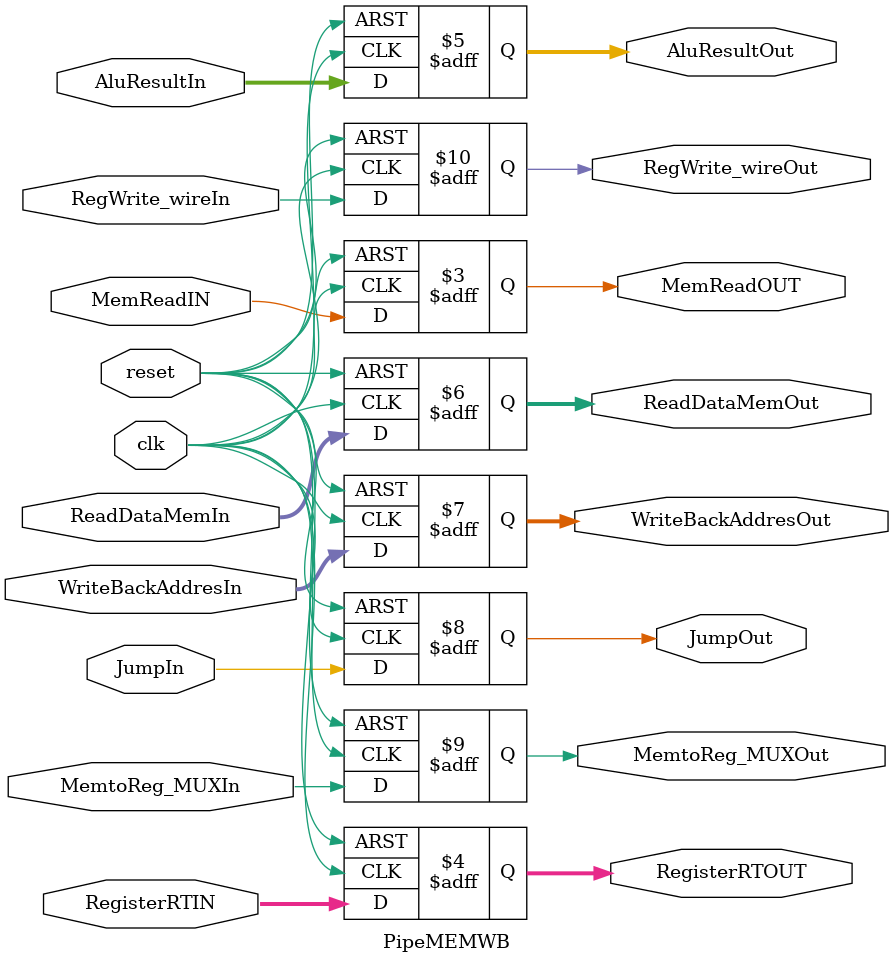
<source format=v>


module PipeMEMWB
(
	input clk,
	input reset,
	input [31:0] AluResultIn,
	input [31:0] ReadDataMemIn,
	input JumpIn,
	input [4:0] WriteBackAddresIn,
	input MemtoReg_MUXIn,
	input RegWrite_wireIn,
   input [4:0] RegisterRTIN,
	input MemReadIN,
	
	output reg MemReadOUT,
	output reg [4:0] RegisterRTOUT,
	output reg [31:0] AluResultOut,
	output reg [31:0] ReadDataMemOut,
	output reg [4:0] WriteBackAddresOut,
	output reg JumpOut,
	output reg MemtoReg_MUXOut,
	output reg RegWrite_wireOut
);


always@(negedge reset or negedge clk) 
begin
	if(reset==0)
		begin
			AluResultOut <= 0;
			ReadDataMemOut <= 0;
			WriteBackAddresOut <= 0;
			JumpOut <= 0;
			MemtoReg_MUXOut <= 0;
			RegWrite_wireOut <= 0;
			MemReadOUT <= 0;
			RegisterRTOUT <= 0;
		end
	else	
		begin
			MemReadOUT <= MemReadIN;
			RegisterRTOUT <= RegisterRTIN;
			AluResultOut <= AluResultIn;
			ReadDataMemOut <= ReadDataMemIn;
			WriteBackAddresOut <= WriteBackAddresIn;
			JumpOut <= JumpIn;
			MemtoReg_MUXOut <= MemtoReg_MUXIn;
			RegWrite_wireOut <= RegWrite_wireIn;
		end			
end

endmodule

</source>
